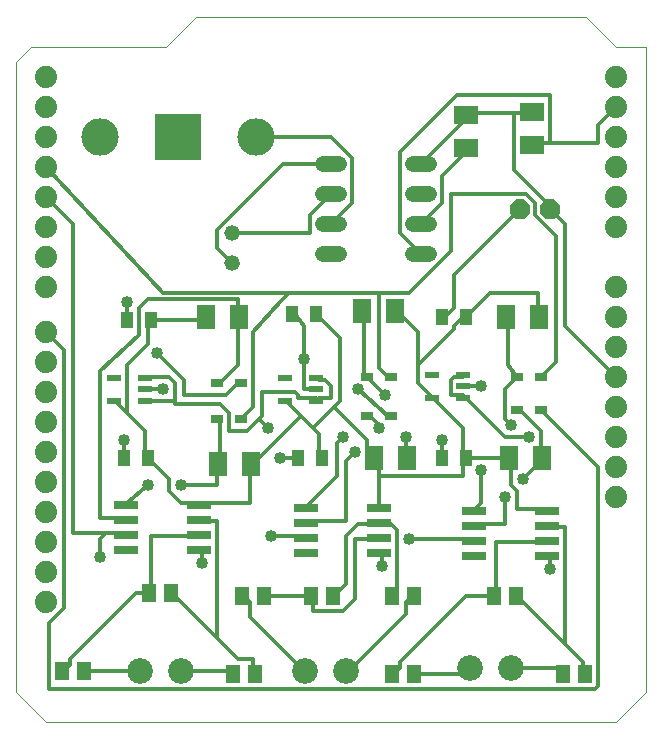
<source format=gtl>
G75*
%MOIN*%
%OFA0B0*%
%FSLAX24Y24*%
%IPPOS*%
%LPD*%
%AMOC8*
5,1,8,0,0,1.08239X$1,22.5*
%
%ADD10C,0.0000*%
%ADD11OC8,0.0660*%
%ADD12C,0.0520*%
%ADD13C,0.0740*%
%ADD14C,0.0520*%
%ADD15R,0.0787X0.0630*%
%ADD16R,0.1560X0.1560*%
%ADD17C,0.1250*%
%ADD18R,0.0472X0.0217*%
%ADD19R,0.0800X0.0260*%
%ADD20C,0.0860*%
%ADD21R,0.0512X0.0591*%
%ADD22R,0.0630X0.0787*%
%ADD23R,0.0394X0.0315*%
%ADD24R,0.0433X0.0551*%
%ADD25C,0.0120*%
%ADD26C,0.0400*%
%ADD27C,0.0160*%
D10*
X001880Y006252D02*
X000880Y007252D01*
X000880Y028252D01*
X001380Y028752D01*
X005880Y028752D01*
X006880Y029752D01*
X019880Y029752D01*
X020880Y028752D01*
X021880Y028752D01*
X021880Y007252D01*
X020880Y006252D01*
X001880Y006252D01*
D11*
X017680Y023352D03*
X018680Y023352D03*
D12*
X014640Y022852D02*
X014120Y022852D01*
X014120Y021852D02*
X014640Y021852D01*
X014640Y023852D02*
X014120Y023852D01*
X014120Y024852D02*
X014640Y024852D01*
X011640Y024852D02*
X011120Y024852D01*
X011120Y023852D02*
X011640Y023852D01*
X011640Y022852D02*
X011120Y022852D01*
X011120Y021852D02*
X011640Y021852D01*
D13*
X020880Y022752D03*
X020880Y023752D03*
X020880Y024752D03*
X020880Y025752D03*
X020880Y026752D03*
X020880Y027752D03*
X020880Y020752D03*
X020880Y019752D03*
X020880Y018752D03*
X020880Y017752D03*
X020880Y016752D03*
X020880Y015752D03*
X020880Y014752D03*
X020880Y013752D03*
X001880Y013252D03*
X001880Y012252D03*
X001880Y011252D03*
X001880Y010252D03*
X001880Y014252D03*
X001880Y015252D03*
X001880Y016252D03*
X001880Y017252D03*
X001880Y018252D03*
X001880Y019252D03*
X001880Y020752D03*
X001880Y021752D03*
X001880Y022752D03*
X001880Y023752D03*
X001880Y024752D03*
X001880Y025752D03*
X001880Y026752D03*
X001880Y027752D03*
D14*
X008080Y022552D03*
X008080Y021552D03*
D15*
X015880Y025401D03*
X015880Y026504D03*
X018080Y026604D03*
X018080Y025501D03*
D16*
X006280Y025752D03*
D17*
X003680Y025752D03*
X008880Y025752D03*
D18*
X009868Y017726D03*
X009868Y016978D03*
X010892Y016978D03*
X010892Y017352D03*
X010892Y017726D03*
X014768Y017826D03*
X014768Y017078D03*
X015792Y017078D03*
X015792Y017452D03*
X015792Y017826D03*
X005192Y017726D03*
X005192Y017352D03*
X005192Y016978D03*
X004168Y016978D03*
X004168Y017726D03*
D19*
X004570Y013502D03*
X004570Y013002D03*
X004570Y012502D03*
X004570Y012002D03*
X006990Y012002D03*
X006990Y012502D03*
X006990Y013002D03*
X006990Y013502D03*
X010570Y013402D03*
X010570Y012902D03*
X010570Y012402D03*
X010570Y011902D03*
X012990Y011902D03*
X012990Y012402D03*
X012990Y012902D03*
X012990Y013402D03*
X016170Y013302D03*
X016170Y012802D03*
X016170Y012302D03*
X016170Y011802D03*
X018590Y011802D03*
X018590Y012302D03*
X018590Y012802D03*
X018590Y013302D03*
D20*
X017389Y008052D03*
X016011Y008052D03*
X011889Y007952D03*
X010511Y007952D03*
X006389Y007952D03*
X005011Y007952D03*
D21*
X005306Y010552D03*
X006054Y010552D03*
X008106Y007852D03*
X008854Y007852D03*
X009154Y010452D03*
X008406Y010452D03*
X010706Y010452D03*
X011454Y010452D03*
X013406Y010452D03*
X014154Y010452D03*
X014154Y007852D03*
X013406Y007852D03*
X016806Y010452D03*
X017554Y010452D03*
X019106Y007852D03*
X019854Y007852D03*
X003154Y007952D03*
X002406Y007952D03*
D22*
X007629Y014852D03*
X008731Y014852D03*
X008331Y019752D03*
X007229Y019752D03*
X012429Y019952D03*
X013531Y019952D03*
X013931Y015052D03*
X012829Y015052D03*
X017329Y015052D03*
X018431Y015052D03*
X018331Y019752D03*
X017229Y019752D03*
D23*
X017586Y017752D03*
X018374Y017752D03*
X018374Y016652D03*
X017586Y016652D03*
X013374Y016452D03*
X012586Y016452D03*
X012586Y017752D03*
X013374Y017752D03*
X008374Y017552D03*
X007586Y017552D03*
X007586Y016352D03*
X008374Y016352D03*
D24*
X010286Y015052D03*
X011074Y015052D03*
X010874Y019852D03*
X010086Y019852D03*
X005374Y019652D03*
X004586Y019652D03*
X004486Y015052D03*
X005274Y015052D03*
X015086Y015052D03*
X015874Y015052D03*
X015874Y019752D03*
X015086Y019752D03*
D25*
X015180Y019752D01*
X015480Y020052D01*
X015480Y021152D01*
X017680Y023352D01*
X018180Y023552D02*
X018180Y023152D01*
X018880Y022452D01*
X018880Y018252D01*
X018380Y017752D01*
X018374Y017752D01*
X017586Y017752D02*
X017580Y017752D01*
X017180Y017352D01*
X017180Y016352D01*
X017380Y016152D01*
X017180Y015752D02*
X017980Y015752D01*
X018380Y015952D02*
X018380Y015052D01*
X018431Y015052D01*
X018380Y015052D02*
X018380Y014952D01*
X017780Y014352D01*
X017380Y014152D02*
X017580Y013952D01*
X017580Y013352D01*
X018580Y013352D01*
X018590Y013302D01*
X018590Y012802D02*
X018680Y012752D01*
X019180Y012752D01*
X019180Y008852D01*
X017580Y010452D01*
X017554Y010452D01*
X016880Y010452D02*
X016806Y010452D01*
X015880Y010452D01*
X013680Y008252D01*
X013680Y008052D01*
X013480Y007852D01*
X014154Y007852D02*
X015980Y007852D01*
X015980Y008052D01*
X016011Y008052D01*
X017389Y008052D02*
X018880Y008052D01*
X019106Y007852D01*
X018906Y008052D01*
X019180Y008852D02*
X019780Y008252D01*
X019780Y007852D01*
X019854Y007852D01*
X020280Y007452D02*
X020180Y007352D01*
X001980Y007352D01*
X001980Y009552D01*
X002480Y010052D01*
X002480Y018652D01*
X001880Y019252D01*
X003680Y017952D02*
X004980Y019152D01*
X004980Y020052D01*
X005280Y020352D01*
X008280Y020352D01*
X008280Y019752D01*
X008331Y019752D01*
X008280Y019752D02*
X008280Y018152D01*
X007680Y017552D01*
X007586Y017552D01*
X007880Y017152D02*
X006480Y017152D01*
X006480Y017652D01*
X005580Y018552D01*
X005280Y018852D02*
X004580Y018152D01*
X004580Y016552D01*
X004180Y016952D01*
X004168Y016978D01*
X004580Y016552D02*
X005180Y015952D01*
X005180Y015052D01*
X005274Y015052D01*
X005280Y015052D01*
X005980Y014352D01*
X005980Y013952D01*
X006380Y013552D01*
X006980Y013552D01*
X006990Y013502D01*
X007080Y013552D01*
X008680Y013552D01*
X008680Y014852D01*
X008731Y014852D01*
X008780Y014852D01*
X010380Y016452D01*
X009880Y016952D01*
X009868Y016978D01*
X010180Y017252D02*
X009080Y017252D01*
X009080Y016452D01*
X008980Y016352D01*
X009280Y016052D01*
X008980Y016352D02*
X008580Y015952D01*
X007980Y015952D01*
X007980Y016552D01*
X007680Y016852D01*
X006180Y016852D01*
X006180Y016952D01*
X006180Y017552D01*
X005980Y017752D01*
X005280Y017752D01*
X005192Y017726D01*
X005192Y017352D02*
X005780Y017352D01*
X006180Y016952D02*
X005280Y016952D01*
X005192Y016978D01*
X004480Y015652D02*
X004480Y015052D01*
X004486Y015052D01*
X005280Y014152D02*
X004580Y013552D01*
X004570Y013502D01*
X004480Y013052D02*
X004570Y013002D01*
X004480Y013052D02*
X003680Y013052D01*
X003680Y017952D01*
X004580Y019652D02*
X004586Y019652D01*
X004580Y019652D02*
X004580Y020252D01*
X005280Y019652D02*
X005374Y019652D01*
X007180Y019652D01*
X007180Y019752D01*
X007229Y019752D01*
X008780Y019252D02*
X009680Y020252D01*
X009980Y020552D01*
X005780Y020552D01*
X001880Y024752D01*
X001880Y023752D02*
X002780Y022852D01*
X002780Y012552D01*
X003880Y012552D01*
X003680Y012352D01*
X003680Y011752D01*
X003880Y012552D02*
X004480Y012552D01*
X004570Y012502D01*
X004580Y012552D01*
X004880Y012552D01*
X005380Y012452D02*
X005380Y010552D01*
X005306Y010552D01*
X004880Y010552D01*
X002680Y008352D01*
X002680Y008152D01*
X002480Y007952D01*
X002406Y007952D01*
X003154Y007952D02*
X005011Y007952D01*
X006389Y007952D02*
X007980Y007952D01*
X008106Y007852D01*
X008006Y007952D01*
X008280Y008352D02*
X008780Y008352D01*
X008780Y007852D01*
X008854Y007852D01*
X008280Y008352D02*
X007580Y009052D01*
X007580Y012952D01*
X007080Y012952D01*
X006990Y013002D01*
X006990Y012502D02*
X006980Y012452D01*
X005380Y012452D01*
X006380Y014152D02*
X007580Y014152D01*
X007580Y014852D01*
X007629Y014852D01*
X007680Y014852D01*
X007680Y016352D01*
X007586Y016352D01*
X007880Y017152D02*
X008280Y017552D01*
X008374Y017552D01*
X008780Y016752D02*
X008780Y019252D01*
X010086Y019852D02*
X010180Y019852D01*
X010480Y019452D01*
X010480Y018352D01*
X010480Y017352D01*
X010892Y017352D01*
X010880Y017052D02*
X010892Y016978D01*
X010980Y017052D01*
X011380Y017052D01*
X011380Y017452D01*
X011180Y017652D01*
X010980Y017652D01*
X010892Y017726D01*
X010880Y017052D02*
X010280Y017052D01*
X010280Y017152D01*
X010180Y017252D01*
X010380Y016452D02*
X010780Y016052D01*
X011480Y016752D01*
X012580Y015652D01*
X012580Y015252D01*
X012780Y015052D01*
X012829Y015052D01*
X012880Y015052D01*
X012980Y014952D01*
X012980Y014452D01*
X015780Y014452D01*
X015780Y015052D01*
X015874Y015052D01*
X017329Y015052D01*
X017380Y015052D01*
X017380Y014152D01*
X017180Y013752D02*
X017180Y012852D01*
X016180Y012852D01*
X016170Y012802D01*
X016080Y012352D02*
X016170Y012302D01*
X016080Y012352D02*
X013980Y012352D01*
X013580Y012652D02*
X013380Y012852D01*
X013080Y012852D01*
X012990Y012902D01*
X012980Y012852D01*
X012280Y012852D01*
X011880Y012452D01*
X011880Y010852D01*
X011480Y010452D01*
X011454Y010452D01*
X011780Y009952D02*
X010780Y009952D01*
X010780Y010452D01*
X010706Y010452D01*
X009154Y010452D01*
X008680Y010252D02*
X008680Y009752D01*
X010480Y007952D01*
X010511Y007952D01*
X011889Y007952D02*
X011980Y007952D01*
X013880Y009852D01*
X013880Y010252D01*
X014080Y010452D01*
X014154Y010452D01*
X013580Y010552D02*
X013580Y012652D01*
X012990Y012402D02*
X012980Y012352D01*
X012180Y012352D01*
X012180Y010352D01*
X011780Y009952D01*
X013080Y011452D02*
X013080Y011852D01*
X012990Y011902D01*
X013580Y010552D02*
X013480Y010452D01*
X013406Y010452D01*
X011880Y012952D02*
X011880Y014952D01*
X012180Y015252D01*
X011780Y015752D02*
X011580Y015552D01*
X011580Y014452D01*
X010580Y013452D01*
X010570Y013402D01*
X010580Y012952D02*
X010570Y012902D01*
X010580Y012952D02*
X011880Y012952D01*
X012990Y013402D02*
X012980Y013452D01*
X012980Y014452D01*
X013880Y015052D02*
X013880Y015752D01*
X013880Y015052D02*
X013931Y015052D01*
X012980Y016052D02*
X012980Y016152D01*
X012680Y016452D01*
X012586Y016452D01*
X013280Y016452D02*
X012280Y017352D01*
X012680Y017652D02*
X012680Y017752D01*
X012586Y017752D01*
X012580Y017752D01*
X012480Y017852D01*
X012480Y019952D01*
X012429Y019952D01*
X012980Y020552D02*
X013980Y020552D01*
X015380Y021952D01*
X015380Y023852D01*
X017880Y023852D01*
X018180Y023552D01*
X018680Y023452D02*
X018680Y023352D01*
X019180Y022852D01*
X019180Y019452D01*
X020880Y017752D01*
X018380Y016652D02*
X020280Y014752D01*
X020280Y007452D01*
X018680Y011352D02*
X018680Y011752D01*
X018590Y011802D01*
X018580Y012252D02*
X018590Y012302D01*
X018580Y012252D02*
X016880Y012252D01*
X016880Y010452D01*
X016170Y013302D02*
X016180Y013352D01*
X016380Y013552D01*
X016380Y014652D01*
X015780Y015052D02*
X015780Y016052D01*
X014780Y017052D01*
X014768Y017078D01*
X014680Y017152D01*
X014280Y017552D01*
X014280Y018152D01*
X015480Y019352D01*
X015480Y019452D01*
X015780Y019752D01*
X015874Y019752D01*
X015880Y019752D01*
X016680Y020552D01*
X018280Y020552D01*
X018280Y019752D01*
X018331Y019752D01*
X017280Y019752D02*
X017280Y018152D01*
X017580Y017752D01*
X017586Y016652D02*
X017680Y016652D01*
X018380Y015952D01*
X018380Y016652D02*
X018374Y016652D01*
X017180Y015752D02*
X015880Y017052D01*
X015792Y017078D01*
X015780Y017152D01*
X015380Y017152D01*
X015380Y017652D01*
X015480Y017752D01*
X015780Y017752D01*
X015792Y017826D01*
X015792Y017452D02*
X016380Y017452D01*
X015080Y015652D02*
X015080Y015052D01*
X015086Y015052D01*
X013374Y016452D02*
X013280Y016452D01*
X013180Y017152D02*
X012680Y017652D01*
X012980Y018052D02*
X013280Y017752D01*
X013374Y017752D01*
X012980Y018052D02*
X012980Y020552D01*
X009980Y020552D01*
X010874Y019852D02*
X010880Y019852D01*
X011680Y019052D01*
X011680Y016952D01*
X011480Y016752D01*
X010780Y016052D02*
X010980Y015852D01*
X010980Y015052D01*
X011074Y015052D01*
X010286Y015052D02*
X009680Y015052D01*
X008380Y016352D02*
X008780Y016752D01*
X008380Y016352D02*
X008374Y016352D01*
X009380Y012452D02*
X010570Y012452D01*
X010570Y012402D01*
X010580Y012452D01*
X008480Y010452D02*
X008680Y010252D01*
X008480Y010452D02*
X008406Y010452D01*
X007580Y009052D02*
X006080Y010552D01*
X006054Y010552D01*
X007080Y011552D02*
X007080Y011952D01*
X006990Y012002D01*
X005280Y018852D02*
X005280Y019652D01*
X007580Y022052D02*
X007580Y022652D01*
X009780Y024852D01*
X011380Y024852D01*
X012080Y025052D02*
X011380Y025752D01*
X008880Y025752D01*
X011380Y023852D02*
X010680Y023152D01*
X010680Y022552D01*
X008080Y022552D01*
X007580Y022052D02*
X008080Y021552D01*
X011380Y022852D02*
X012080Y023552D01*
X012080Y025052D01*
X013680Y025252D02*
X015580Y027152D01*
X018680Y027152D01*
X018680Y025552D01*
X018080Y025552D01*
X018080Y025501D01*
X018680Y025552D02*
X020280Y025552D01*
X020280Y026152D01*
X020880Y026752D01*
X018680Y023452D02*
X017480Y024652D01*
X017480Y026552D01*
X015880Y026552D01*
X015880Y026504D01*
X015880Y026352D01*
X014380Y024852D01*
X015080Y024452D02*
X015080Y023552D01*
X014380Y022852D01*
X013680Y022552D02*
X014380Y021852D01*
X013680Y022552D02*
X013680Y025252D01*
X015080Y024452D02*
X015880Y025252D01*
X015880Y025401D01*
X017480Y026552D02*
X018080Y026552D01*
X018080Y026604D01*
X013580Y019952D02*
X013531Y019952D01*
X013580Y019952D02*
X014280Y019252D01*
X014280Y018152D01*
X017229Y019752D02*
X017280Y019752D01*
D26*
X016380Y017452D03*
X017380Y016152D03*
X017980Y015752D03*
X017780Y014352D03*
X017180Y013752D03*
X016380Y014652D03*
X015080Y015652D03*
X013880Y015752D03*
X012980Y016052D03*
X013180Y017152D03*
X012280Y017352D03*
X011780Y015752D03*
X012180Y015252D03*
X013980Y012352D03*
X013080Y011452D03*
X009680Y015052D03*
X009280Y016052D03*
X010480Y018352D03*
X006380Y014152D03*
X005280Y014152D03*
X004480Y015652D03*
X005780Y017352D03*
X005580Y018552D03*
X004580Y020252D03*
X009380Y012452D03*
X007080Y011552D03*
X003680Y011752D03*
X018680Y011352D03*
D27*
X013480Y007852D02*
X013406Y007852D01*
M02*

</source>
